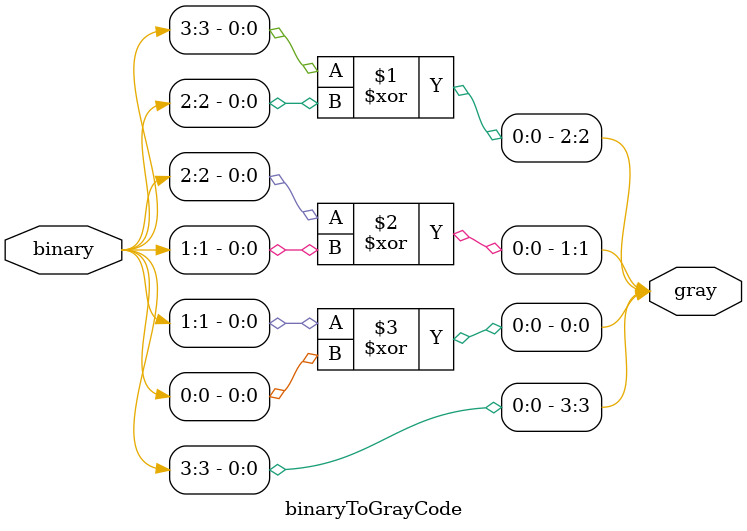
<source format=v>
`timescale 1ns / 1ps
module binaryToGrayCode(
    input [3:0] binary,
    output [3:0] gray
    );
	assign gray[3]=binary[3];
	assign gray[2]=binary[3]^binary[2];
	assign gray[1]=binary[2]^binary[1];
	assign gray[0]=binary[1]^binary[0];
	
endmodule

</source>
